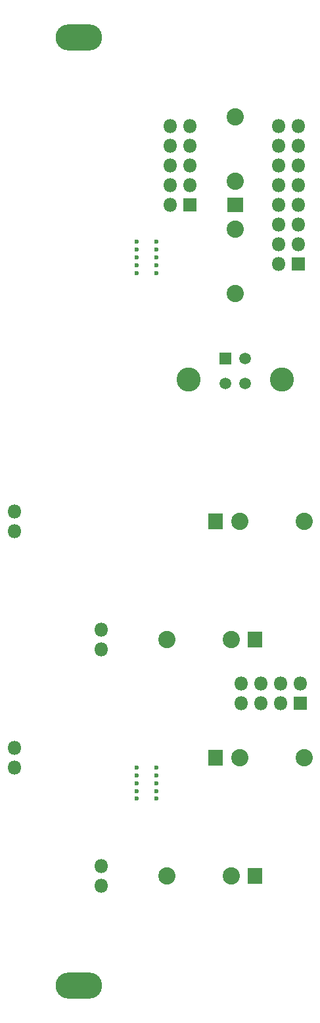
<source format=gbr>
%TF.GenerationSoftware,KiCad,Pcbnew,(5.1.6)-1*%
%TF.CreationDate,2021-03-13T16:13:42+00:00*%
%TF.ProjectId,expander,65787061-6e64-4657-922e-6b696361645f,rev?*%
%TF.SameCoordinates,Original*%
%TF.FileFunction,Soldermask,Bot*%
%TF.FilePolarity,Negative*%
%FSLAX46Y46*%
G04 Gerber Fmt 4.6, Leading zero omitted, Abs format (unit mm)*
G04 Created by KiCad (PCBNEW (5.1.6)-1) date 2021-03-13 16:13:42*
%MOMM*%
%LPD*%
G01*
G04 APERTURE LIST*
%ADD10O,1.801800X1.801800*%
%ADD11C,0.600000*%
%ADD12C,1.500000*%
%ADD13C,3.100000*%
%ADD14R,1.500000X1.500000*%
%ADD15O,6.000000X3.400000*%
%ADD16O,1.800000X1.800000*%
%ADD17R,1.800000X1.800000*%
%ADD18C,2.230000*%
%ADD19R,2.030000X1.930000*%
%ADD20R,1.930000X2.030000*%
G04 APERTURE END LIST*
D10*
%TO.C,D8*%
X41148000Y-137795000D03*
%TD*%
%TO.C,D7*%
X41148000Y-135255000D03*
%TD*%
%TO.C,D6*%
X29972000Y-122555000D03*
%TD*%
%TO.C,D5*%
X29972000Y-120015000D03*
%TD*%
%TO.C,D4*%
X41148000Y-107315000D03*
%TD*%
%TO.C,D3*%
X41148000Y-104775000D03*
%TD*%
%TO.C,D2*%
X29972000Y-92075000D03*
%TD*%
%TO.C,D1*%
X29972000Y-89535000D03*
%TD*%
D11*
%TO.C,REF\u002A\u002A*%
X45720000Y-124587000D03*
X45720000Y-123587000D03*
X45720000Y-122587000D03*
X45720000Y-125587000D03*
X45720000Y-126587000D03*
%TD*%
%TO.C,REF\u002A\u002A*%
X48260000Y-126587000D03*
X48260000Y-125587000D03*
X48260000Y-122587000D03*
X48260000Y-123587000D03*
X48260000Y-124587000D03*
%TD*%
%TO.C,REF\u002A\u002A*%
X48260000Y-56785000D03*
X48260000Y-55785000D03*
X48260000Y-54785000D03*
X48260000Y-57785000D03*
X48260000Y-58785000D03*
%TD*%
%TO.C,REF\u002A\u002A*%
X45720000Y-58785000D03*
X45720000Y-57785000D03*
X45720000Y-54785000D03*
X45720000Y-55785000D03*
X45720000Y-56785000D03*
%TD*%
D12*
%TO.C,J9*%
X59650000Y-69850000D03*
D13*
X64420000Y-72560000D03*
D14*
X57150000Y-69850000D03*
D12*
X59650000Y-73050000D03*
X57150000Y-73050000D03*
D13*
X52380000Y-72560000D03*
%TD*%
D15*
%TO.C,REF\u002A\u002A*%
X38270000Y-28400000D03*
%TD*%
%TO.C,REF\u002A\u002A*%
X38270000Y-150670000D03*
%TD*%
D16*
%TO.C,J10*%
X59182000Y-111760000D03*
X59182000Y-114300000D03*
X61722000Y-111760000D03*
X61722000Y-114300000D03*
X64262000Y-111760000D03*
X64262000Y-114300000D03*
X66802000Y-111760000D03*
D17*
X66802000Y-114300000D03*
%TD*%
D18*
%TO.C,J3*%
X58420000Y-38638000D03*
D19*
X58420000Y-50038000D03*
D18*
X58420000Y-46938000D03*
%TD*%
%TO.C,J2*%
X58420000Y-61438000D03*
D19*
X58420000Y-50038000D03*
D18*
X58420000Y-53138000D03*
%TD*%
%TO.C,J8*%
X67280000Y-90805000D03*
D20*
X55880000Y-90805000D03*
D18*
X58980000Y-90805000D03*
%TD*%
%TO.C,J7*%
X49560000Y-136525000D03*
D20*
X60960000Y-136525000D03*
D18*
X57860000Y-136525000D03*
%TD*%
%TO.C,J6*%
X67280000Y-121285000D03*
D20*
X55880000Y-121285000D03*
D18*
X58980000Y-121285000D03*
%TD*%
%TO.C,J5*%
X49560000Y-106045000D03*
D20*
X60960000Y-106045000D03*
D18*
X57860000Y-106045000D03*
%TD*%
D16*
%TO.C,J4*%
X50038000Y-39878000D03*
X52578000Y-39878000D03*
X50038000Y-42418000D03*
X52578000Y-42418000D03*
X50038000Y-44958000D03*
X52578000Y-44958000D03*
X50038000Y-47498000D03*
X52578000Y-47498000D03*
X50038000Y-50038000D03*
D17*
X52578000Y-50038000D03*
%TD*%
D16*
%TO.C,J1*%
X64008000Y-39878000D03*
X66548000Y-39878000D03*
X64008000Y-42418000D03*
X66548000Y-42418000D03*
X64008000Y-44958000D03*
X66548000Y-44958000D03*
X64008000Y-47498000D03*
X66548000Y-47498000D03*
X64008000Y-50038000D03*
X66548000Y-50038000D03*
X64008000Y-52578000D03*
X66548000Y-52578000D03*
X64008000Y-55118000D03*
X66548000Y-55118000D03*
X64008000Y-57658000D03*
D17*
X66548000Y-57658000D03*
%TD*%
M02*

</source>
